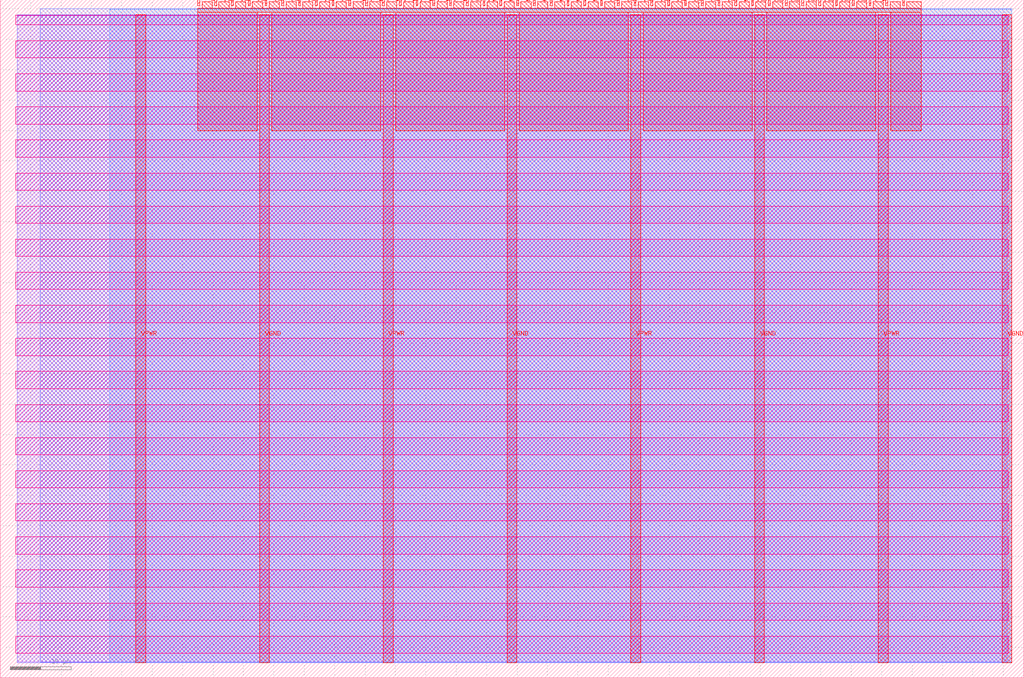
<source format=lef>
VERSION 5.7 ;
  NOWIREEXTENSIONATPIN ON ;
  DIVIDERCHAR "/" ;
  BUSBITCHARS "[]" ;
MACRO tt_um_mvm_
  CLASS BLOCK ;
  FOREIGN tt_um_mvm_ ;
  ORIGIN 0.000 0.000 ;
  SIZE 168.360 BY 111.520 ;
  PIN VGND
    DIRECTION INOUT ;
    USE GROUND ;
    PORT
      LAYER met4 ;
        RECT 42.670 2.480 44.270 109.040 ;
    END
    PORT
      LAYER met4 ;
        RECT 83.380 2.480 84.980 109.040 ;
    END
    PORT
      LAYER met4 ;
        RECT 124.090 2.480 125.690 109.040 ;
    END
    PORT
      LAYER met4 ;
        RECT 164.800 2.480 166.400 109.040 ;
    END
  END VGND
  PIN VPWR
    DIRECTION INOUT ;
    USE POWER ;
    PORT
      LAYER met4 ;
        RECT 22.315 2.480 23.915 109.040 ;
    END
    PORT
      LAYER met4 ;
        RECT 63.025 2.480 64.625 109.040 ;
    END
    PORT
      LAYER met4 ;
        RECT 103.735 2.480 105.335 109.040 ;
    END
    PORT
      LAYER met4 ;
        RECT 144.445 2.480 146.045 109.040 ;
    END
  END VPWR
  PIN clk
    DIRECTION INPUT ;
    USE SIGNAL ;
    ANTENNAGATEAREA 0.852000 ;
    PORT
      LAYER met4 ;
        RECT 145.670 110.520 145.970 111.520 ;
    END
  END clk
  PIN ena
    DIRECTION INPUT ;
    USE SIGNAL ;
    ANTENNAGATEAREA 0.196500 ;
    PORT
      LAYER met4 ;
        RECT 148.430 110.520 148.730 111.520 ;
    END
  END ena
  PIN rst_n
    DIRECTION INPUT ;
    USE SIGNAL ;
    ANTENNAGATEAREA 0.126000 ;
    PORT
      LAYER met4 ;
        RECT 142.910 110.520 143.210 111.520 ;
    END
  END rst_n
  PIN ui_in[0]
    DIRECTION INPUT ;
    USE SIGNAL ;
    ANTENNAGATEAREA 0.159000 ;
    PORT
      LAYER met4 ;
        RECT 140.150 110.520 140.450 111.520 ;
    END
  END ui_in[0]
  PIN ui_in[1]
    DIRECTION INPUT ;
    USE SIGNAL ;
    ANTENNAGATEAREA 0.159000 ;
    PORT
      LAYER met4 ;
        RECT 137.390 110.520 137.690 111.520 ;
    END
  END ui_in[1]
  PIN ui_in[2]
    DIRECTION INPUT ;
    USE SIGNAL ;
    ANTENNAGATEAREA 0.213000 ;
    PORT
      LAYER met4 ;
        RECT 134.630 110.520 134.930 111.520 ;
    END
  END ui_in[2]
  PIN ui_in[3]
    DIRECTION INPUT ;
    USE SIGNAL ;
    ANTENNAGATEAREA 0.159000 ;
    PORT
      LAYER met4 ;
        RECT 131.870 110.520 132.170 111.520 ;
    END
  END ui_in[3]
  PIN ui_in[4]
    DIRECTION INPUT ;
    USE SIGNAL ;
    ANTENNAGATEAREA 0.213000 ;
    PORT
      LAYER met4 ;
        RECT 129.110 110.520 129.410 111.520 ;
    END
  END ui_in[4]
  PIN ui_in[5]
    DIRECTION INPUT ;
    USE SIGNAL ;
    ANTENNAGATEAREA 0.159000 ;
    PORT
      LAYER met4 ;
        RECT 126.350 110.520 126.650 111.520 ;
    END
  END ui_in[5]
  PIN ui_in[6]
    DIRECTION INPUT ;
    USE SIGNAL ;
    ANTENNAGATEAREA 0.159000 ;
    PORT
      LAYER met4 ;
        RECT 123.590 110.520 123.890 111.520 ;
    END
  END ui_in[6]
  PIN ui_in[7]
    DIRECTION INPUT ;
    USE SIGNAL ;
    ANTENNAGATEAREA 0.159000 ;
    PORT
      LAYER met4 ;
        RECT 120.830 110.520 121.130 111.520 ;
    END
  END ui_in[7]
  PIN uio_in[0]
    DIRECTION INPUT ;
    USE SIGNAL ;
    PORT
      LAYER met4 ;
        RECT 118.070 110.520 118.370 111.520 ;
    END
  END uio_in[0]
  PIN uio_in[1]
    DIRECTION INPUT ;
    USE SIGNAL ;
    PORT
      LAYER met4 ;
        RECT 115.310 110.520 115.610 111.520 ;
    END
  END uio_in[1]
  PIN uio_in[2]
    DIRECTION INPUT ;
    USE SIGNAL ;
    ANTENNAGATEAREA 0.196500 ;
    PORT
      LAYER met4 ;
        RECT 112.550 110.520 112.850 111.520 ;
    END
  END uio_in[2]
  PIN uio_in[3]
    DIRECTION INPUT ;
    USE SIGNAL ;
    ANTENNAGATEAREA 0.196500 ;
    PORT
      LAYER met4 ;
        RECT 109.790 110.520 110.090 111.520 ;
    END
  END uio_in[3]
  PIN uio_in[4]
    DIRECTION INPUT ;
    USE SIGNAL ;
    ANTENNAGATEAREA 0.159000 ;
    PORT
      LAYER met4 ;
        RECT 107.030 110.520 107.330 111.520 ;
    END
  END uio_in[4]
  PIN uio_in[5]
    DIRECTION INPUT ;
    USE SIGNAL ;
    ANTENNAGATEAREA 0.159000 ;
    PORT
      LAYER met4 ;
        RECT 104.270 110.520 104.570 111.520 ;
    END
  END uio_in[5]
  PIN uio_in[6]
    DIRECTION INPUT ;
    USE SIGNAL ;
    ANTENNAGATEAREA 0.159000 ;
    PORT
      LAYER met4 ;
        RECT 101.510 110.520 101.810 111.520 ;
    END
  END uio_in[6]
  PIN uio_in[7]
    DIRECTION INPUT ;
    USE SIGNAL ;
    ANTENNAGATEAREA 0.159000 ;
    PORT
      LAYER met4 ;
        RECT 98.750 110.520 99.050 111.520 ;
    END
  END uio_in[7]
  PIN uio_oe[0]
    DIRECTION OUTPUT TRISTATE ;
    USE SIGNAL ;
    PORT
      LAYER met4 ;
        RECT 51.830 110.520 52.130 111.520 ;
    END
  END uio_oe[0]
  PIN uio_oe[1]
    DIRECTION OUTPUT TRISTATE ;
    USE SIGNAL ;
    PORT
      LAYER met4 ;
        RECT 49.070 110.520 49.370 111.520 ;
    END
  END uio_oe[1]
  PIN uio_oe[2]
    DIRECTION OUTPUT TRISTATE ;
    USE SIGNAL ;
    PORT
      LAYER met4 ;
        RECT 46.310 110.520 46.610 111.520 ;
    END
  END uio_oe[2]
  PIN uio_oe[3]
    DIRECTION OUTPUT TRISTATE ;
    USE SIGNAL ;
    PORT
      LAYER met4 ;
        RECT 43.550 110.520 43.850 111.520 ;
    END
  END uio_oe[3]
  PIN uio_oe[4]
    DIRECTION OUTPUT TRISTATE ;
    USE SIGNAL ;
    PORT
      LAYER met4 ;
        RECT 40.790 110.520 41.090 111.520 ;
    END
  END uio_oe[4]
  PIN uio_oe[5]
    DIRECTION OUTPUT TRISTATE ;
    USE SIGNAL ;
    PORT
      LAYER met4 ;
        RECT 38.030 110.520 38.330 111.520 ;
    END
  END uio_oe[5]
  PIN uio_oe[6]
    DIRECTION OUTPUT TRISTATE ;
    USE SIGNAL ;
    PORT
      LAYER met4 ;
        RECT 35.270 110.520 35.570 111.520 ;
    END
  END uio_oe[6]
  PIN uio_oe[7]
    DIRECTION OUTPUT TRISTATE ;
    USE SIGNAL ;
    PORT
      LAYER met4 ;
        RECT 32.510 110.520 32.810 111.520 ;
    END
  END uio_oe[7]
  PIN uio_out[0]
    DIRECTION OUTPUT TRISTATE ;
    USE SIGNAL ;
    ANTENNADIFFAREA 0.795200 ;
    PORT
      LAYER met4 ;
        RECT 73.910 110.520 74.210 111.520 ;
    END
  END uio_out[0]
  PIN uio_out[1]
    DIRECTION OUTPUT TRISTATE ;
    USE SIGNAL ;
    ANTENNADIFFAREA 0.795200 ;
    PORT
      LAYER met4 ;
        RECT 71.150 110.520 71.450 111.520 ;
    END
  END uio_out[1]
  PIN uio_out[2]
    DIRECTION OUTPUT TRISTATE ;
    USE SIGNAL ;
    PORT
      LAYER met4 ;
        RECT 68.390 110.520 68.690 111.520 ;
    END
  END uio_out[2]
  PIN uio_out[3]
    DIRECTION OUTPUT TRISTATE ;
    USE SIGNAL ;
    PORT
      LAYER met4 ;
        RECT 65.630 110.520 65.930 111.520 ;
    END
  END uio_out[3]
  PIN uio_out[4]
    DIRECTION OUTPUT TRISTATE ;
    USE SIGNAL ;
    PORT
      LAYER met4 ;
        RECT 62.870 110.520 63.170 111.520 ;
    END
  END uio_out[4]
  PIN uio_out[5]
    DIRECTION OUTPUT TRISTATE ;
    USE SIGNAL ;
    PORT
      LAYER met4 ;
        RECT 60.110 110.520 60.410 111.520 ;
    END
  END uio_out[5]
  PIN uio_out[6]
    DIRECTION OUTPUT TRISTATE ;
    USE SIGNAL ;
    PORT
      LAYER met4 ;
        RECT 57.350 110.520 57.650 111.520 ;
    END
  END uio_out[6]
  PIN uio_out[7]
    DIRECTION OUTPUT TRISTATE ;
    USE SIGNAL ;
    PORT
      LAYER met4 ;
        RECT 54.590 110.520 54.890 111.520 ;
    END
  END uio_out[7]
  PIN uo_out[0]
    DIRECTION OUTPUT TRISTATE ;
    USE SIGNAL ;
    ANTENNAGATEAREA 0.126000 ;
    ANTENNADIFFAREA 0.891000 ;
    PORT
      LAYER met4 ;
        RECT 95.990 110.520 96.290 111.520 ;
    END
  END uo_out[0]
  PIN uo_out[1]
    DIRECTION OUTPUT TRISTATE ;
    USE SIGNAL ;
    ANTENNAGATEAREA 0.126000 ;
    ANTENNADIFFAREA 0.445500 ;
    PORT
      LAYER met4 ;
        RECT 93.230 110.520 93.530 111.520 ;
    END
  END uo_out[1]
  PIN uo_out[2]
    DIRECTION OUTPUT TRISTATE ;
    USE SIGNAL ;
    ANTENNAGATEAREA 0.126000 ;
    ANTENNADIFFAREA 0.891000 ;
    PORT
      LAYER met4 ;
        RECT 90.470 110.520 90.770 111.520 ;
    END
  END uo_out[2]
  PIN uo_out[3]
    DIRECTION OUTPUT TRISTATE ;
    USE SIGNAL ;
    ANTENNAGATEAREA 0.126000 ;
    ANTENNADIFFAREA 0.445500 ;
    PORT
      LAYER met4 ;
        RECT 87.710 110.520 88.010 111.520 ;
    END
  END uo_out[3]
  PIN uo_out[4]
    DIRECTION OUTPUT TRISTATE ;
    USE SIGNAL ;
    ANTENNAGATEAREA 0.126000 ;
    ANTENNADIFFAREA 0.891000 ;
    PORT
      LAYER met4 ;
        RECT 84.950 110.520 85.250 111.520 ;
    END
  END uo_out[4]
  PIN uo_out[5]
    DIRECTION OUTPUT TRISTATE ;
    USE SIGNAL ;
    ANTENNAGATEAREA 0.126000 ;
    ANTENNADIFFAREA 0.891000 ;
    PORT
      LAYER met4 ;
        RECT 82.190 110.520 82.490 111.520 ;
    END
  END uo_out[5]
  PIN uo_out[6]
    DIRECTION OUTPUT TRISTATE ;
    USE SIGNAL ;
    ANTENNAGATEAREA 0.126000 ;
    ANTENNADIFFAREA 0.891000 ;
    PORT
      LAYER met4 ;
        RECT 79.430 110.520 79.730 111.520 ;
    END
  END uo_out[6]
  PIN uo_out[7]
    DIRECTION OUTPUT TRISTATE ;
    USE SIGNAL ;
    ANTENNAGATEAREA 0.126000 ;
    ANTENNADIFFAREA 0.891000 ;
    PORT
      LAYER met4 ;
        RECT 76.670 110.520 76.970 111.520 ;
    END
  END uo_out[7]
  OBS
      LAYER nwell ;
        RECT 2.570 107.385 165.790 108.990 ;
        RECT 2.570 101.945 165.790 104.775 ;
        RECT 2.570 96.505 165.790 99.335 ;
        RECT 2.570 91.065 165.790 93.895 ;
        RECT 2.570 85.625 165.790 88.455 ;
        RECT 2.570 80.185 165.790 83.015 ;
        RECT 2.570 74.745 165.790 77.575 ;
        RECT 2.570 69.305 165.790 72.135 ;
        RECT 2.570 63.865 165.790 66.695 ;
        RECT 2.570 58.425 165.790 61.255 ;
        RECT 2.570 52.985 165.790 55.815 ;
        RECT 2.570 47.545 165.790 50.375 ;
        RECT 2.570 42.105 165.790 44.935 ;
        RECT 2.570 36.665 165.790 39.495 ;
        RECT 2.570 31.225 165.790 34.055 ;
        RECT 2.570 25.785 165.790 28.615 ;
        RECT 2.570 20.345 165.790 23.175 ;
        RECT 2.570 14.905 165.790 17.735 ;
        RECT 2.570 9.465 165.790 12.295 ;
        RECT 2.570 4.025 165.790 6.855 ;
      LAYER li1 ;
        RECT 2.760 2.635 165.600 108.885 ;
      LAYER met1 ;
        RECT 2.760 2.480 166.400 109.040 ;
      LAYER met2 ;
        RECT 6.540 2.535 166.370 110.005 ;
      LAYER met3 ;
        RECT 18.005 2.555 166.390 109.985 ;
      LAYER met4 ;
        RECT 33.210 110.120 34.870 111.170 ;
        RECT 35.970 110.120 37.630 111.170 ;
        RECT 38.730 110.120 40.390 111.170 ;
        RECT 41.490 110.120 43.150 111.170 ;
        RECT 44.250 110.120 45.910 111.170 ;
        RECT 47.010 110.120 48.670 111.170 ;
        RECT 49.770 110.120 51.430 111.170 ;
        RECT 52.530 110.120 54.190 111.170 ;
        RECT 55.290 110.120 56.950 111.170 ;
        RECT 58.050 110.120 59.710 111.170 ;
        RECT 60.810 110.120 62.470 111.170 ;
        RECT 63.570 110.120 65.230 111.170 ;
        RECT 66.330 110.120 67.990 111.170 ;
        RECT 69.090 110.120 70.750 111.170 ;
        RECT 71.850 110.120 73.510 111.170 ;
        RECT 74.610 110.120 76.270 111.170 ;
        RECT 77.370 110.120 79.030 111.170 ;
        RECT 80.130 110.120 81.790 111.170 ;
        RECT 82.890 110.120 84.550 111.170 ;
        RECT 85.650 110.120 87.310 111.170 ;
        RECT 88.410 110.120 90.070 111.170 ;
        RECT 91.170 110.120 92.830 111.170 ;
        RECT 93.930 110.120 95.590 111.170 ;
        RECT 96.690 110.120 98.350 111.170 ;
        RECT 99.450 110.120 101.110 111.170 ;
        RECT 102.210 110.120 103.870 111.170 ;
        RECT 104.970 110.120 106.630 111.170 ;
        RECT 107.730 110.120 109.390 111.170 ;
        RECT 110.490 110.120 112.150 111.170 ;
        RECT 113.250 110.120 114.910 111.170 ;
        RECT 116.010 110.120 117.670 111.170 ;
        RECT 118.770 110.120 120.430 111.170 ;
        RECT 121.530 110.120 123.190 111.170 ;
        RECT 124.290 110.120 125.950 111.170 ;
        RECT 127.050 110.120 128.710 111.170 ;
        RECT 129.810 110.120 131.470 111.170 ;
        RECT 132.570 110.120 134.230 111.170 ;
        RECT 135.330 110.120 136.990 111.170 ;
        RECT 138.090 110.120 139.750 111.170 ;
        RECT 140.850 110.120 142.510 111.170 ;
        RECT 143.610 110.120 145.270 111.170 ;
        RECT 146.370 110.120 148.030 111.170 ;
        RECT 149.130 110.120 151.505 111.170 ;
        RECT 32.495 109.440 151.505 110.120 ;
        RECT 32.495 89.935 42.270 109.440 ;
        RECT 44.670 89.935 62.625 109.440 ;
        RECT 65.025 89.935 82.980 109.440 ;
        RECT 85.380 89.935 103.335 109.440 ;
        RECT 105.735 89.935 123.690 109.440 ;
        RECT 126.090 89.935 144.045 109.440 ;
        RECT 146.445 89.935 151.505 109.440 ;
  END
END tt_um_mvm_
END LIBRARY


</source>
